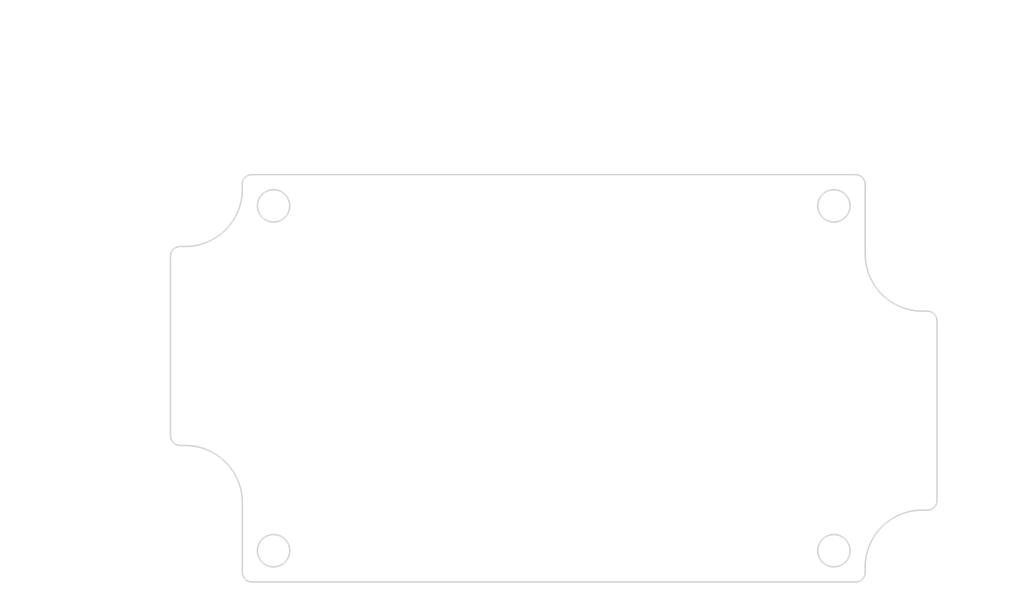
<source format=kicad_pcb>
(kicad_pcb (version 20171130) (host pcbnew "(5.1.0)-1")

  (general
    (thickness 1.6)
    (drawings 97)
    (tracks 0)
    (zones 0)
    (modules 0)
    (nets 1)
  )

  (page A4)
  (layers
    (0 F.Cu signal)
    (31 B.Cu signal)
    (32 B.Adhes user)
    (33 F.Adhes user)
    (34 B.Paste user)
    (35 F.Paste user)
    (36 B.SilkS user)
    (37 F.SilkS user)
    (38 B.Mask user)
    (39 F.Mask user)
    (40 Dwgs.User user)
    (41 Cmts.User user)
    (42 Eco1.User user)
    (43 Eco2.User user)
    (44 Edge.Cuts user)
    (45 Margin user)
    (46 B.CrtYd user)
    (47 F.CrtYd user)
    (48 B.Fab user)
    (49 F.Fab user)
  )

  (setup
    (last_trace_width 0.25)
    (trace_clearance 0.2)
    (zone_clearance 0.508)
    (zone_45_only no)
    (trace_min 0.2)
    (via_size 0.8)
    (via_drill 0.4)
    (via_min_size 0.4)
    (via_min_drill 0.3)
    (uvia_size 0.3)
    (uvia_drill 0.1)
    (uvias_allowed no)
    (uvia_min_size 0.2)
    (uvia_min_drill 0.1)
    (edge_width 0.05)
    (segment_width 0.2)
    (pcb_text_width 0.3)
    (pcb_text_size 1.5 1.5)
    (mod_edge_width 0.12)
    (mod_text_size 1 1)
    (mod_text_width 0.15)
    (pad_size 1.524 1.524)
    (pad_drill 0.762)
    (pad_to_mask_clearance 0.051)
    (solder_mask_min_width 0.25)
    (aux_axis_origin 0 0)
    (visible_elements FFFFFF7F)
    (pcbplotparams
      (layerselection 0x010fc_ffffffff)
      (usegerberextensions false)
      (usegerberattributes false)
      (usegerberadvancedattributes false)
      (creategerberjobfile false)
      (excludeedgelayer true)
      (linewidth 0.152400)
      (plotframeref false)
      (viasonmask false)
      (mode 1)
      (useauxorigin false)
      (hpglpennumber 1)
      (hpglpenspeed 20)
      (hpglpendiameter 15.000000)
      (psnegative false)
      (psa4output false)
      (plotreference true)
      (plotvalue true)
      (plotinvisibletext false)
      (padsonsilk false)
      (subtractmaskfromsilk false)
      (outputformat 1)
      (mirror false)
      (drillshape 1)
      (scaleselection 1)
      (outputdirectory ""))
  )

  (net 0 "")

  (net_class Default "This is the default net class."
    (clearance 0.2)
    (trace_width 0.25)
    (via_dia 0.8)
    (via_drill 0.4)
    (uvia_dia 0.3)
    (uvia_drill 0.1)
  )

  (gr_line (start 102.94 115.776672) (end 103.64 115.776672) (layer Edge.Cuts) (width 0.2))
  (gr_arc (start 103.64 123.726001) (end 111.589328 123.726001) (angle -90) (layer Edge.Cuts) (width 0.2))
  (gr_line (start 111.589328 123.726) (end 111.589328 133.426) (layer Edge.Cuts) (width 0.2))
  (gr_arc (start 112.94 133.426001) (end 111.589328 133.426001) (angle -90) (layer Edge.Cuts) (width 0.2))
  (gr_line (start 112.94 134.776672) (end 196.94 134.776672) (layer Edge.Cuts) (width 0.2))
  (gr_arc (start 196.94 133.426001) (end 196.94 134.776672) (angle -90) (layer Edge.Cuts) (width 0.2))
  (gr_line (start 198.290671 133.426) (end 198.290671 132.726) (layer Edge.Cuts) (width 0.2))
  (gr_arc (start 206.24 132.726001) (end 206.24 124.776672) (angle -90) (layer Edge.Cuts) (width 0.2))
  (gr_line (start 206.24 124.776672) (end 206.94 124.776672) (layer Edge.Cuts) (width 0.2))
  (gr_arc (start 206.94 123.426001) (end 206.94 124.776672) (angle -90) (layer Edge.Cuts) (width 0.2))
  (gr_line (start 208.290671 123.426) (end 208.290671 98.426) (layer Edge.Cuts) (width 0.2))
  (gr_arc (start 206.94 98.426) (end 208.290671 98.426) (angle -90) (layer Edge.Cuts) (width 0.2))
  (gr_line (start 206.94 97.075329) (end 206.24 97.075329) (layer Edge.Cuts) (width 0.2))
  (gr_arc (start 206.24 89.126) (end 198.290671 89.126) (angle -90) (layer Edge.Cuts) (width 0.2))
  (gr_line (start 198.290671 89.126001) (end 198.290671 79.426001) (layer Edge.Cuts) (width 0.2))
  (gr_arc (start 196.94 79.426) (end 198.290671 79.426) (angle -90) (layer Edge.Cuts) (width 0.2))
  (gr_line (start 196.94 78.075329) (end 112.94 78.075329) (layer Edge.Cuts) (width 0.2))
  (gr_arc (start 112.94 79.426) (end 112.94 78.075329) (angle -90) (layer Edge.Cuts) (width 0.2))
  (gr_line (start 111.589328 79.426001) (end 111.589328 80.126) (layer Edge.Cuts) (width 0.2))
  (gr_arc (start 103.64 80.126) (end 103.64 88.075329) (angle -90) (layer Edge.Cuts) (width 0.2))
  (gr_line (start 103.64 88.075329) (end 102.94 88.075329) (layer Edge.Cuts) (width 0.2))
  (gr_arc (start 102.94 89.426) (end 102.94 88.075329) (angle -90.00000006) (layer Edge.Cuts) (width 0.2))
  (gr_line (start 101.589328 89.426) (end 101.589328 114.426) (layer Edge.Cuts) (width 0.2))
  (gr_arc (start 102.94 114.426001) (end 101.589328 114.426001) (angle -90) (layer Edge.Cuts) (width 0.2))
  (gr_circle (center 193.94 130.426001) (end 196.19 130.426001) (layer Edge.Cuts) (width 0.2))
  (gr_circle (center 115.94 130.426001) (end 118.19 130.426001) (layer Edge.Cuts) (width 0.2))
  (gr_circle (center 115.94 82.426001) (end 118.19 82.426001) (layer Edge.Cuts) (width 0.2))
  (gr_circle (center 193.94 82.426001) (end 196.19 82.426001) (layer Edge.Cuts) (width 0.2))
  (gr_text [3.07] (at 147.485352 68.315462) (layer Dwgs.User)
    (effects (font (size 1.7 1.53) (thickness 0.2125)))
  )
  (gr_text " 78.00" (at 147.485352 64.758026) (layer Dwgs.User)
    (effects (font (size 1.7 1.53) (thickness 0.2125)))
  )
  (gr_line (start 191.94 66.426001) (end 151.529963 66.426001) (layer Dwgs.User) (width 0.2))
  (gr_line (start 117.94 66.426001) (end 143.44074 66.426001) (layer Dwgs.User) (width 0.2))
  (gr_line (start 193.94 81.426001) (end 193.94 63.251) (layer Dwgs.User) (width 0.2))
  (gr_line (start 115.94 81.426001) (end 115.94 63.251) (layer Dwgs.User) (width 0.2))
  (gr_text [1.89] (at 214.502615 108.315462) (layer Dwgs.User)
    (effects (font (size 1.7 1.53) (thickness 0.2125)))
  )
  (gr_text " 48.00" (at 214.502615 104.758026) (layer Dwgs.User)
    (effects (font (size 1.7 1.53) (thickness 0.2125)))
  )
  (gr_line (start 214.502615 128.426) (end 214.502615 109.983436) (layer Dwgs.User) (width 0.2))
  (gr_line (start 214.502615 84.426001) (end 214.502615 102.868565) (layer Dwgs.User) (width 0.2))
  (gr_line (start 194.94 130.426) (end 217.677615 130.426) (layer Dwgs.User) (width 0.2))
  (gr_line (start 194.94 82.426001) (end 217.677615 82.426) (layer Dwgs.User) (width 0.2))
  (gr_text [3.41] (at 160.177777 64.404478) (layer Dwgs.User)
    (effects (font (size 1.7 1.53) (thickness 0.2125)))
  )
  (gr_text " 86.70" (at 160.177777 60.847042) (layer Dwgs.User)
    (effects (font (size 1.7 1.53) (thickness 0.2125)))
  )
  (gr_line (start 196.290671 62.515017) (end 164.222388 62.515017) (layer Dwgs.User) (width 0.2))
  (gr_line (start 113.589328 62.515017) (end 156.133166 62.515017) (layer Dwgs.User) (width 0.2))
  (gr_line (start 198.290671 78.426001) (end 198.290671 59.340017) (layer Dwgs.User) (width 0.2))
  (gr_line (start 111.589328 78.426001) (end 111.589328 59.340017) (layer Dwgs.User) (width 0.2))
  (gr_text [.56] (at 95.53544 68.314835) (layer Dwgs.User)
    (effects (font (size 1.7 1.53) (thickness 0.2125)))
  )
  (gr_text " 14.35" (at 95.53544 64.75682) (layer Dwgs.User)
    (effects (font (size 1.7 1.53) (thickness 0.2125)))
  )
  (gr_line (start 101.589328 66.425374) (end 99.589328 66.425374) (layer Dwgs.User) (width 0.2))
  (gr_line (start 113.94 66.425374) (end 103.589328 66.425374) (layer Dwgs.User) (width 0.2))
  (gr_line (start 115.94 81.426001) (end 115.94 63.250374) (layer Dwgs.User) (width 0.2))
  (gr_line (start 101.589328 88.426) (end 101.589328 63.250374) (layer Dwgs.User) (width 0.2))
  (gr_text [.39] (at 88.937316 95.937123) (layer Dwgs.User)
    (effects (font (size 1.7 1.53) (thickness 0.2125)))
  )
  (gr_text " 10.00" (at 88.937316 92.379687) (layer Dwgs.User)
    (effects (font (size 1.7 1.53) (thickness 0.2125)))
  )
  (gr_line (start 94.981928 94.047661) (end 92.981928 94.047661) (layer Dwgs.User) (width 0.2))
  (gr_line (start 94.981928 88.075329) (end 94.981928 94.047661) (layer Dwgs.User) (width 0.2))
  (gr_line (start 94.981928 80.075329) (end 94.981928 86.075329) (layer Dwgs.User) (width 0.2))
  (gr_line (start 111.94 78.075329) (end 91.806928 78.075329) (layer Dwgs.User) (width 0.2))
  (gr_line (start 102.64 88.075329) (end 91.806928 88.075329) (layer Dwgs.User) (width 0.2))
  (gr_text [1.09] (at 96.178843 107.855942) (layer Dwgs.User)
    (effects (font (size 1.7 1.53) (thickness 0.2125)))
  )
  (gr_text " 27.70" (at 96.178843 104.298506) (layer Dwgs.User)
    (effects (font (size 1.7 1.53) (thickness 0.2125)))
  )
  (gr_line (start 96.178843 113.776672) (end 96.178843 109.523916) (layer Dwgs.User) (width 0.2))
  (gr_line (start 96.178843 90.075329) (end 96.178843 102.409045) (layer Dwgs.User) (width 0.2))
  (gr_line (start 102.64 115.776672) (end 93.003843 115.776672) (layer Dwgs.User) (width 0.2))
  (gr_line (start 102.64 88.075329) (end 93.003843 88.075329) (layer Dwgs.User) (width 0.2))
  (gr_text [.56] (at 95.53544 85.012503) (layer Dwgs.User)
    (effects (font (size 1.7 1.53) (thickness 0.2125)))
  )
  (gr_text " 14.35" (at 95.53544 81.454488) (layer Dwgs.User)
    (effects (font (size 1.7 1.53) (thickness 0.2125)))
  )
  (gr_line (start 101.589328 83.123042) (end 99.589328 83.123042) (layer Dwgs.User) (width 0.2))
  (gr_line (start 113.94 83.123042) (end 103.589328 83.123042) (layer Dwgs.User) (width 0.2))
  (gr_line (start 101.589328 88.426) (end 101.589328 79.948042) (layer Dwgs.User) (width 0.2))
  (gr_text [.17] (at 125.410102 73.08547) (layer Dwgs.User)
    (effects (font (size 1.7 1.53) (thickness 0.2125)))
  )
  (gr_text " 4.35" (at 125.410102 69.527455) (layer Dwgs.User)
    (effects (font (size 1.7 1.53) (thickness 0.2125)))
  )
  (gr_line (start 120.016616 71.196009) (end 122.016616 71.196009) (layer Dwgs.User) (width 0.2))
  (gr_line (start 120.016616 76.075329) (end 120.016616 71.196009) (layer Dwgs.User) (width 0.2))
  (gr_line (start 120.016616 84.426001) (end 120.016616 86.426) (layer Dwgs.User) (width 0.2))
  (gr_line (start 116.94 82.426001) (end 123.191616 82.426001) (layer Dwgs.User) (width 0.2))
  (gr_line (start 115.94 82.516) (end 115.94 82.336001) (layer Dwgs.User) (width 0.2))
  (gr_line (start 115.85 82.426001) (end 116.03 82.426001) (layer Dwgs.User) (width 0.2))
  (gr_text " ∅4.50\n[∅0.18]" (at 130.918317 94.80585) (layer Dwgs.User)
    (effects (font (size 1.7 1.53) (thickness 0.2125)))
  )
  (gr_line (start 124.381448 94.80585) (end 118.334305 85.937382) (layer Dwgs.User) (width 0.2))
  (gr_line (start 126.381448 94.80585) (end 124.381448 94.80585) (layer Dwgs.User) (width 0.2))
  (gr_text [R0.31] (at 215.925238 137.475002) (layer Dwgs.User)
    (effects (font (size 1.7 1.53) (thickness 0.2125)))
  )
  (gr_text " R7.95" (at 215.925238 133.917567) (layer Dwgs.User)
    (effects (font (size 1.7 1.53) (thickness 0.2125)))
  )
  (gr_line (start 209.454467 135.585541) (end 201.794952 128.771755) (layer Dwgs.User) (width 0.2))
  (gr_line (start 211.454467 135.585541) (end 209.454467 135.585541) (layer Dwgs.User) (width 0.2))
  (gr_text [2.23] (at 81.88307 108.315462) (layer Dwgs.User)
    (effects (font (size 1.7 1.53) (thickness 0.2125)))
  )
  (gr_text " 56.70" (at 81.88307 104.758026) (layer Dwgs.User)
    (effects (font (size 1.7 1.53) (thickness 0.2125)))
  )
  (gr_line (start 81.88307 80.075329) (end 81.88307 102.868565) (layer Dwgs.User) (width 0.2))
  (gr_line (start 81.88307 132.776672) (end 81.88307 109.983436) (layer Dwgs.User) (width 0.2))
  (gr_line (start 111.94 78.075329) (end 78.70807 78.075329) (layer Dwgs.User) (width 0.2))
  (gr_line (start 111.94 134.776672) (end 78.70807 134.776672) (layer Dwgs.User) (width 0.2))
  (gr_text [4.20] (at 144.864542 58.929978) (layer Dwgs.User)
    (effects (font (size 1.7 1.53) (thickness 0.2125)))
  )
  (gr_text " 106.70" (at 144.864542 55.372543) (layer Dwgs.User)
    (effects (font (size 1.7 1.53) (thickness 0.2125)))
  )
  (gr_line (start 206.290671 57.040517) (end 149.569556 57.040517) (layer Dwgs.User) (width 0.2))
  (gr_line (start 103.589328 57.040517) (end 140.159529 57.040517) (layer Dwgs.User) (width 0.2))
  (gr_line (start 208.290671 97.426) (end 208.290671 53.865517) (layer Dwgs.User) (width 0.2))
  (gr_line (start 101.589328 88.426) (end 101.589328 53.865517) (layer Dwgs.User) (width 0.2))

)

</source>
